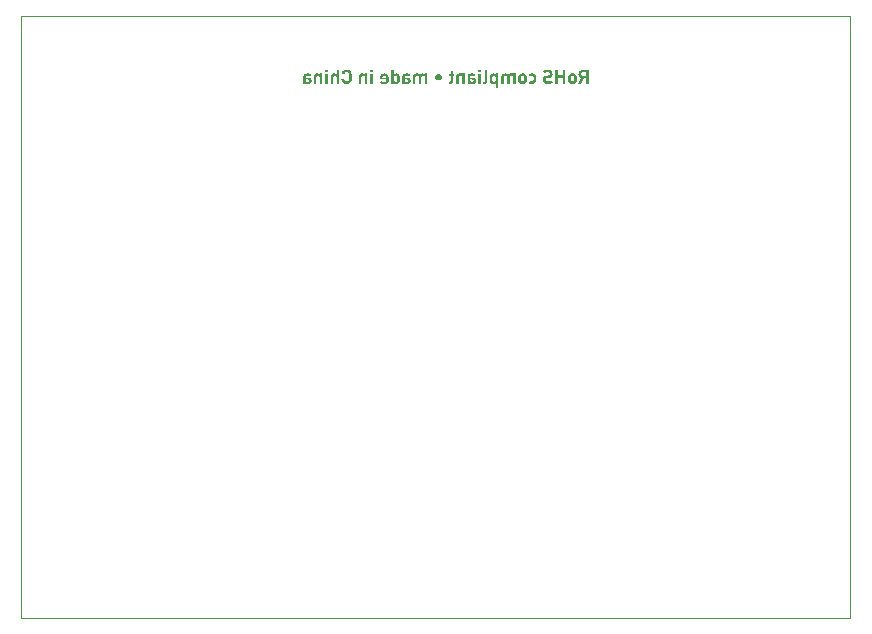
<source format=gbo>
G04 #@! TF.GenerationSoftware,KiCad,Pcbnew,9.0.1-rc2*
G04 #@! TF.CreationDate,2025-04-23T19:50:41-07:00*
G04 #@! TF.ProjectId,displaypcb,64697370-6c61-4797-9063-622e6b696361,2*
G04 #@! TF.SameCoordinates,Original*
G04 #@! TF.FileFunction,Legend,Bot*
G04 #@! TF.FilePolarity,Positive*
%FSLAX46Y46*%
G04 Gerber Fmt 4.6, Leading zero omitted, Abs format (unit mm)*
G04 Created by KiCad (PCBNEW 9.0.1-rc2) date 2025-04-23 19:50:41*
%MOMM*%
%LPD*%
G01*
G04 APERTURE LIST*
%ADD10C,0.200000*%
%ADD11C,0.100000*%
G04 APERTURE END LIST*
D10*
G36*
X112927420Y-80246000D02*
G01*
X112693973Y-80246000D01*
X112693973Y-79770312D01*
X112525958Y-79770312D01*
X112292438Y-80246000D01*
X112021914Y-80246000D01*
X112289067Y-79731697D01*
X112250973Y-79715358D01*
X112214613Y-79694375D01*
X112182516Y-79670265D01*
X112153249Y-79641977D01*
X112129018Y-79611769D01*
X112108306Y-79577890D01*
X112092460Y-79542585D01*
X112080618Y-79503998D01*
X112073403Y-79463807D01*
X112070656Y-79420566D01*
X112070641Y-79416990D01*
X112304161Y-79416990D01*
X112306466Y-79445991D01*
X112313220Y-79472819D01*
X112324054Y-79496949D01*
X112338780Y-79518380D01*
X112357099Y-79536772D01*
X112378823Y-79551922D01*
X112403871Y-79563604D01*
X112431896Y-79571439D01*
X112473861Y-79575406D01*
X112693973Y-79575406D01*
X112693973Y-79258575D01*
X112473861Y-79258575D01*
X112441627Y-79260869D01*
X112412161Y-79267551D01*
X112386003Y-79278171D01*
X112363029Y-79292492D01*
X112343655Y-79310029D01*
X112327871Y-79330626D01*
X112315935Y-79353936D01*
X112308030Y-79379728D01*
X112304161Y-79416990D01*
X112070641Y-79416990D01*
X112072967Y-79373365D01*
X112079875Y-79331162D01*
X112091179Y-79290924D01*
X112106799Y-79252714D01*
X112126359Y-79217271D01*
X112149923Y-79184409D01*
X112176915Y-79154886D01*
X112207586Y-79128437D01*
X112241267Y-79105684D01*
X112278322Y-79086453D01*
X112318150Y-79071181D01*
X112361092Y-79059873D01*
X112406743Y-79052822D01*
X112455289Y-79050198D01*
X112458767Y-79050187D01*
X112927420Y-79050187D01*
X112927420Y-80246000D01*
G37*
G36*
X111609847Y-79361951D02*
G01*
X111652262Y-79368396D01*
X111728426Y-79392904D01*
X111793621Y-79431543D01*
X111833969Y-79467256D01*
X111860406Y-79498792D01*
X111881977Y-79532064D01*
X111911568Y-79603577D01*
X111928189Y-79693450D01*
X111933108Y-79806729D01*
X111930467Y-79893562D01*
X111921364Y-79968713D01*
X111910394Y-80014781D01*
X111894924Y-80056895D01*
X111877005Y-80091408D01*
X111854700Y-80123788D01*
X111833969Y-80147887D01*
X111802666Y-80176524D01*
X111765592Y-80202628D01*
X111729286Y-80221814D01*
X111688275Y-80237410D01*
X111646699Y-80247791D01*
X111600838Y-80253928D01*
X111563519Y-80255378D01*
X111517108Y-80253118D01*
X111474487Y-80246673D01*
X111397530Y-80222092D01*
X111331668Y-80183385D01*
X111291384Y-80147887D01*
X111265625Y-80118274D01*
X111244527Y-80086775D01*
X111214915Y-80017543D01*
X111197873Y-79929822D01*
X111192246Y-79806729D01*
X111410672Y-79806729D01*
X111415216Y-79907585D01*
X111423369Y-79951109D01*
X111437641Y-79988570D01*
X111461011Y-80020173D01*
X111480128Y-80035931D01*
X111502144Y-80047695D01*
X111553657Y-80058624D01*
X111563519Y-80058861D01*
X111592392Y-80056540D01*
X111618354Y-80049678D01*
X111640437Y-80039011D01*
X111659850Y-80024460D01*
X111664343Y-80020173D01*
X111690688Y-79982600D01*
X111707242Y-79927388D01*
X111714392Y-79842767D01*
X111714755Y-79806729D01*
X111710268Y-79707854D01*
X111702249Y-79664806D01*
X111688238Y-79627550D01*
X111664343Y-79594970D01*
X111645247Y-79579212D01*
X111623383Y-79567447D01*
X111572481Y-79556492D01*
X111563519Y-79556282D01*
X111533699Y-79558602D01*
X111507235Y-79565465D01*
X111485156Y-79576011D01*
X111465849Y-79590370D01*
X111461011Y-79594970D01*
X111434686Y-79632498D01*
X111418138Y-79687591D01*
X111411023Y-79771647D01*
X111410672Y-79806729D01*
X111192246Y-79806729D01*
X111194886Y-79720066D01*
X111203989Y-79645323D01*
X111214943Y-79599650D01*
X111230384Y-79557909D01*
X111248330Y-79523566D01*
X111270680Y-79491279D01*
X111291384Y-79467256D01*
X111320622Y-79439825D01*
X111355071Y-79414924D01*
X111390505Y-79395580D01*
X111430484Y-79379720D01*
X111471836Y-79368713D01*
X111517401Y-79361858D01*
X111563519Y-79359691D01*
X111609847Y-79361951D01*
G37*
G36*
X110095351Y-80246000D02*
G01*
X110095351Y-79050187D01*
X110328872Y-79050187D01*
X110328872Y-79537891D01*
X110733778Y-79537891D01*
X110733778Y-79050187D01*
X110967225Y-79050187D01*
X110967225Y-80246000D01*
X110733778Y-80246000D01*
X110733778Y-79744593D01*
X110328872Y-79744593D01*
X110328872Y-80246000D01*
X110095351Y-80246000D01*
G37*
G36*
X109044399Y-79892898D02*
G01*
X109046774Y-79841485D01*
X109054019Y-79793780D01*
X109064908Y-79753969D01*
X109080057Y-79717401D01*
X109098086Y-79686391D01*
X109120022Y-79658355D01*
X109136796Y-79641425D01*
X109165313Y-79617260D01*
X109197372Y-79596739D01*
X109272007Y-79566579D01*
X109365260Y-79547563D01*
X109508069Y-79525727D01*
X109543741Y-79518737D01*
X109573836Y-79508309D01*
X109617246Y-79480518D01*
X109641424Y-79446192D01*
X109650686Y-79403194D01*
X109650878Y-79395009D01*
X109648523Y-79367227D01*
X109641418Y-79341022D01*
X109630266Y-79318137D01*
X109614754Y-79297549D01*
X109595726Y-79280355D01*
X109572593Y-79266053D01*
X109545626Y-79255123D01*
X109514553Y-79247764D01*
X109467769Y-79244140D01*
X109399209Y-79247615D01*
X109328539Y-79262560D01*
X109292983Y-79276804D01*
X109258512Y-79296710D01*
X109222452Y-79326279D01*
X109074587Y-79180319D01*
X109112396Y-79147031D01*
X109151964Y-79118663D01*
X109191874Y-79095883D01*
X109233945Y-79077287D01*
X109326401Y-79051825D01*
X109437135Y-79041101D01*
X109461028Y-79040808D01*
X109515538Y-79043120D01*
X109566756Y-79049926D01*
X109613829Y-79060825D01*
X109657465Y-79075702D01*
X109696918Y-79094039D01*
X109732809Y-79115869D01*
X109764606Y-79140651D01*
X109792710Y-79168490D01*
X109816838Y-79198973D01*
X109837107Y-79232131D01*
X109865641Y-79305867D01*
X109877418Y-79389082D01*
X109877658Y-79403362D01*
X109875313Y-79451476D01*
X109868281Y-79495964D01*
X109857468Y-79534240D01*
X109842560Y-79569271D01*
X109824488Y-79599684D01*
X109802680Y-79627070D01*
X109792002Y-79638055D01*
X109763025Y-79662730D01*
X109730433Y-79684048D01*
X109654007Y-79716580D01*
X109560166Y-79736973D01*
X109417357Y-79758735D01*
X109366816Y-79768340D01*
X109333329Y-79781508D01*
X109309793Y-79799035D01*
X109294805Y-79817252D01*
X109283793Y-79837897D01*
X109273136Y-79887427D01*
X109272863Y-79897880D01*
X109275199Y-79926010D01*
X109282169Y-79951405D01*
X109292924Y-79972757D01*
X109307698Y-79991551D01*
X109349153Y-80021225D01*
X109409944Y-80040617D01*
X109486234Y-80047064D01*
X109543259Y-80044581D01*
X109598373Y-80036582D01*
X109642425Y-80025084D01*
X109684293Y-80008686D01*
X109719276Y-79989660D01*
X109751966Y-79966069D01*
X109773464Y-79946533D01*
X109924699Y-80097475D01*
X109886986Y-80132410D01*
X109847779Y-80162306D01*
X109765692Y-80207528D01*
X109673583Y-80237156D01*
X109564270Y-80252806D01*
X109487919Y-80255378D01*
X109430673Y-80253048D01*
X109375953Y-80246112D01*
X109325444Y-80235014D01*
X109278009Y-80219709D01*
X109235601Y-80201093D01*
X109196643Y-80178727D01*
X109162894Y-80153899D01*
X109132831Y-80125768D01*
X109107694Y-80095730D01*
X109086417Y-80062761D01*
X109069672Y-80027998D01*
X109056993Y-79990571D01*
X109048670Y-79951065D01*
X109044715Y-79909059D01*
X109044399Y-79892898D01*
G37*
G36*
X107816199Y-80136163D02*
G01*
X107964064Y-79989911D01*
X107994811Y-80019316D01*
X108025273Y-80040132D01*
X108049964Y-80050786D01*
X108076507Y-80056929D01*
X108105187Y-80058861D01*
X108135845Y-80056501D01*
X108163709Y-80049359D01*
X108187147Y-80038411D01*
X108208463Y-80023218D01*
X108229458Y-80001708D01*
X108257877Y-79950851D01*
X108274138Y-79880705D01*
X108278184Y-79806729D01*
X108275799Y-79748630D01*
X108268481Y-79699794D01*
X108258479Y-79665424D01*
X108244766Y-79635946D01*
X108229458Y-79613435D01*
X108209223Y-79592578D01*
X108186783Y-79576520D01*
X108137853Y-79558980D01*
X108105187Y-79556282D01*
X108073383Y-79558692D01*
X108044735Y-79566180D01*
X107997550Y-79593600D01*
X107964064Y-79625232D01*
X107816199Y-79477294D01*
X107849510Y-79445980D01*
X107884677Y-79419686D01*
X107919779Y-79399399D01*
X107957010Y-79383386D01*
X108038338Y-79363882D01*
X108105187Y-79359691D01*
X108154231Y-79362168D01*
X108204202Y-79370124D01*
X108247524Y-79382132D01*
X108289838Y-79399415D01*
X108325751Y-79419496D01*
X108359705Y-79444465D01*
X108388513Y-79471818D01*
X108414814Y-79503814D01*
X108436989Y-79538564D01*
X108456199Y-79577935D01*
X108471730Y-79620956D01*
X108483788Y-79668797D01*
X108492024Y-79721470D01*
X108496168Y-79779350D01*
X108496611Y-79806729D01*
X108494322Y-79867834D01*
X108487680Y-79923517D01*
X108477176Y-79973403D01*
X108463077Y-80018418D01*
X108445699Y-80058788D01*
X108425372Y-80094702D01*
X108376098Y-80155036D01*
X108315812Y-80201173D01*
X108244539Y-80233680D01*
X108162808Y-80251894D01*
X108105187Y-80255378D01*
X108055344Y-80253024D01*
X108008885Y-80245922D01*
X107968168Y-80234908D01*
X107929926Y-80219628D01*
X107861056Y-80176976D01*
X107816199Y-80136163D01*
G37*
G36*
X107385814Y-79361951D02*
G01*
X107428229Y-79368396D01*
X107504392Y-79392904D01*
X107569588Y-79431543D01*
X107609936Y-79467256D01*
X107636372Y-79498792D01*
X107657943Y-79532064D01*
X107687535Y-79603577D01*
X107704156Y-79693450D01*
X107709074Y-79806729D01*
X107706434Y-79893562D01*
X107697331Y-79968713D01*
X107686360Y-80014781D01*
X107670890Y-80056895D01*
X107652972Y-80091408D01*
X107630666Y-80123788D01*
X107609936Y-80147887D01*
X107578633Y-80176524D01*
X107541558Y-80202628D01*
X107505253Y-80221814D01*
X107464241Y-80237410D01*
X107422665Y-80247791D01*
X107376805Y-80253928D01*
X107339486Y-80255378D01*
X107293075Y-80253118D01*
X107250453Y-80246673D01*
X107173496Y-80222092D01*
X107107634Y-80183385D01*
X107067350Y-80147887D01*
X107041591Y-80118274D01*
X107020494Y-80086775D01*
X106990881Y-80017543D01*
X106973839Y-79929822D01*
X106968212Y-79806729D01*
X107186639Y-79806729D01*
X107191182Y-79907585D01*
X107199335Y-79951109D01*
X107213607Y-79988570D01*
X107236977Y-80020173D01*
X107256095Y-80035931D01*
X107278110Y-80047695D01*
X107329623Y-80058624D01*
X107339486Y-80058861D01*
X107368359Y-80056540D01*
X107394320Y-80049678D01*
X107416403Y-80039011D01*
X107435816Y-80024460D01*
X107440309Y-80020173D01*
X107466655Y-79982600D01*
X107483208Y-79927388D01*
X107490359Y-79842767D01*
X107490721Y-79806729D01*
X107486234Y-79707854D01*
X107478215Y-79664806D01*
X107464205Y-79627550D01*
X107440309Y-79594970D01*
X107421213Y-79579212D01*
X107399349Y-79567447D01*
X107348448Y-79556492D01*
X107339486Y-79556282D01*
X107309665Y-79558602D01*
X107283201Y-79565465D01*
X107261122Y-79576011D01*
X107241815Y-79590370D01*
X107236977Y-79594970D01*
X107210652Y-79632498D01*
X107194104Y-79687591D01*
X107186989Y-79771647D01*
X107186639Y-79806729D01*
X106968212Y-79806729D01*
X106970853Y-79720066D01*
X106979956Y-79645323D01*
X106990909Y-79599650D01*
X107006351Y-79557909D01*
X107024297Y-79523566D01*
X107046646Y-79491279D01*
X107067350Y-79467256D01*
X107096588Y-79439825D01*
X107131037Y-79414924D01*
X107166472Y-79395580D01*
X107206451Y-79379720D01*
X107247803Y-79368713D01*
X107293368Y-79361858D01*
X107339486Y-79359691D01*
X107385814Y-79361951D01*
G37*
G36*
X105523565Y-80246000D02*
G01*
X105523565Y-79686635D01*
X105526019Y-79637282D01*
X105533824Y-79590371D01*
X105545257Y-79552104D01*
X105561511Y-79515555D01*
X105581327Y-79483064D01*
X105606008Y-79452006D01*
X105619332Y-79437946D01*
X105670002Y-79400192D01*
X105737703Y-79373117D01*
X105819059Y-79361011D01*
X105834388Y-79360717D01*
X105882348Y-79363098D01*
X105926618Y-79370385D01*
X105964032Y-79381421D01*
X105999257Y-79396834D01*
X106063670Y-79440518D01*
X106096412Y-79471579D01*
X106120161Y-79443136D01*
X106146409Y-79419037D01*
X106205051Y-79384008D01*
X106273753Y-79364723D01*
X106328247Y-79360717D01*
X106403305Y-79369945D01*
X106439838Y-79381451D01*
X106474705Y-79397397D01*
X106506797Y-79417271D01*
X106536219Y-79441206D01*
X106546674Y-79451429D01*
X106546674Y-79369803D01*
X106760044Y-79369803D01*
X106760044Y-80246000D01*
X106541618Y-80246000D01*
X106541618Y-79716090D01*
X106539360Y-79682321D01*
X106532936Y-79653132D01*
X106522959Y-79628461D01*
X106509905Y-79607832D01*
X106475226Y-79576921D01*
X106429924Y-79559407D01*
X106395438Y-79555916D01*
X106366523Y-79558365D01*
X106338162Y-79566130D01*
X106315020Y-79577667D01*
X106294166Y-79594093D01*
X106278325Y-79613023D01*
X106265556Y-79636380D01*
X106256844Y-79662823D01*
X106251932Y-79693726D01*
X106251018Y-79715797D01*
X106251018Y-80246000D01*
X106032591Y-80246000D01*
X106032591Y-79710815D01*
X106030336Y-79678806D01*
X106023927Y-79651000D01*
X106013878Y-79627154D01*
X106000737Y-79607127D01*
X105965467Y-79576603D01*
X105919359Y-79559187D01*
X105886412Y-79555916D01*
X105857497Y-79558365D01*
X105829135Y-79566130D01*
X105805993Y-79577667D01*
X105785139Y-79594093D01*
X105769299Y-79613023D01*
X105756530Y-79636380D01*
X105747818Y-79662823D01*
X105742905Y-79693726D01*
X105741991Y-79715797D01*
X105741991Y-80246000D01*
X105523565Y-80246000D01*
G37*
G36*
X104905712Y-79363155D02*
G01*
X104948050Y-79370842D01*
X104980702Y-79381812D01*
X105011132Y-79397247D01*
X105065838Y-79441186D01*
X105077040Y-79453114D01*
X105077040Y-79369803D01*
X105288725Y-79369803D01*
X105288725Y-80564883D01*
X105070299Y-80564883D01*
X105070299Y-80168037D01*
X105044811Y-80193875D01*
X105017560Y-80214697D01*
X104958969Y-80242032D01*
X104888121Y-80254446D01*
X104858614Y-80255378D01*
X104816841Y-80253064D01*
X104776993Y-80246239D01*
X104739961Y-80235209D01*
X104705894Y-80220105D01*
X104676459Y-80201922D01*
X104650730Y-80180295D01*
X104646928Y-80176464D01*
X104607865Y-80123947D01*
X104580216Y-80056673D01*
X104563111Y-79968334D01*
X104556427Y-79845587D01*
X104556219Y-79807428D01*
X104556252Y-79806509D01*
X104774643Y-79806509D01*
X104774643Y-79806729D01*
X104777968Y-79893109D01*
X104791865Y-79966167D01*
X104803703Y-79994481D01*
X104819774Y-80018286D01*
X104836584Y-80034122D01*
X104857003Y-80046291D01*
X104906751Y-80058292D01*
X104922507Y-80058861D01*
X104953141Y-80056564D01*
X104979291Y-80049863D01*
X105000126Y-80039786D01*
X105017581Y-80026298D01*
X105044099Y-79988821D01*
X105061572Y-79932380D01*
X105069770Y-79845772D01*
X105070299Y-79806729D01*
X105066974Y-79720351D01*
X105053082Y-79647634D01*
X105041266Y-79619564D01*
X105025231Y-79595997D01*
X105008421Y-79580304D01*
X104987998Y-79568259D01*
X104938045Y-79556388D01*
X104922507Y-79555842D01*
X104891649Y-79558140D01*
X104865340Y-79564848D01*
X104844460Y-79574911D01*
X104826987Y-79588383D01*
X104800549Y-79625752D01*
X104783204Y-79682053D01*
X104775135Y-79768720D01*
X104774643Y-79806509D01*
X104556252Y-79806509D01*
X104561344Y-79663369D01*
X104570884Y-79596888D01*
X104587858Y-79535732D01*
X104603794Y-79499538D01*
X104624289Y-79466401D01*
X104646928Y-79439632D01*
X104697112Y-79400838D01*
X104763036Y-79373436D01*
X104841955Y-79361079D01*
X104858614Y-79360717D01*
X104905712Y-79363155D01*
G37*
G36*
X104556219Y-79807428D02*
G01*
X104556216Y-79807535D01*
X104556216Y-79806729D01*
X104556219Y-79807428D01*
G37*
G36*
X103977214Y-80246000D02*
G01*
X103977214Y-80061205D01*
X104061185Y-80061205D01*
X104086711Y-80058868D01*
X104106708Y-80051888D01*
X104119616Y-80042343D01*
X104129003Y-80029507D01*
X104138156Y-79992959D01*
X104138488Y-79982290D01*
X104138488Y-79050187D01*
X104356841Y-79050187D01*
X104356841Y-79995773D01*
X104354466Y-80033611D01*
X104347220Y-80070749D01*
X104335758Y-80104413D01*
X104319647Y-80136060D01*
X104300514Y-80162902D01*
X104277170Y-80186915D01*
X104251480Y-80206303D01*
X104221920Y-80222330D01*
X104189810Y-80234154D01*
X104153956Y-80242100D01*
X104101485Y-80246000D01*
X103977214Y-80246000D01*
G37*
G36*
X103584912Y-80246000D02*
G01*
X103584912Y-79394056D01*
X103803338Y-79394056D01*
X103803338Y-80246000D01*
X103584912Y-80246000D01*
G37*
G36*
X103583226Y-79218934D02*
G01*
X103583226Y-79040808D01*
X103806708Y-79040808D01*
X103806708Y-79218934D01*
X103583226Y-79218934D01*
G37*
G36*
X103118318Y-79363202D02*
G01*
X103175956Y-79371219D01*
X103216651Y-79381979D01*
X103254099Y-79397104D01*
X103318308Y-79438566D01*
X103366632Y-79484988D01*
X103228879Y-79621055D01*
X103199115Y-79590995D01*
X103168285Y-79569019D01*
X103142864Y-79557440D01*
X103114422Y-79549878D01*
X103060864Y-79545511D01*
X103017208Y-79547886D01*
X102980913Y-79555130D01*
X102956198Y-79564938D01*
X102936111Y-79578308D01*
X102921697Y-79593650D01*
X102910814Y-79612102D01*
X102898908Y-79660322D01*
X102897905Y-79683264D01*
X102897905Y-79726935D01*
X103101164Y-79726935D01*
X103150172Y-79729229D01*
X103194680Y-79735910D01*
X103233903Y-79746397D01*
X103268919Y-79760507D01*
X103299405Y-79777714D01*
X103325885Y-79797904D01*
X103367145Y-79846356D01*
X103393263Y-79905074D01*
X103403478Y-79973526D01*
X103403561Y-79980605D01*
X103401235Y-80020732D01*
X103394330Y-80059108D01*
X103383216Y-80094564D01*
X103367909Y-80127390D01*
X103331314Y-80177123D01*
X103306452Y-80198651D01*
X103278239Y-80216784D01*
X103211455Y-80242614D01*
X103127601Y-80254061D01*
X103107905Y-80254426D01*
X103058602Y-80252034D01*
X103016150Y-80244672D01*
X102983976Y-80234183D01*
X102954655Y-80219652D01*
X102899837Y-80177095D01*
X102892849Y-80170235D01*
X102892849Y-80247025D01*
X102679479Y-80246000D01*
X102679479Y-79923013D01*
X102897905Y-79923013D01*
X102900493Y-79968485D01*
X102909230Y-80003324D01*
X102931464Y-80034974D01*
X102953018Y-80051769D01*
X102975500Y-80063383D01*
X103026343Y-80074641D01*
X103060864Y-80075933D01*
X103096610Y-80073636D01*
X103126566Y-80066938D01*
X103148887Y-80057263D01*
X103166599Y-80044399D01*
X103179175Y-80029516D01*
X103187791Y-80012165D01*
X103193561Y-79976575D01*
X103191208Y-79951406D01*
X103184114Y-79929694D01*
X103173694Y-79913249D01*
X103159392Y-79899696D01*
X103119076Y-79881512D01*
X103064235Y-79875532D01*
X102897905Y-79875532D01*
X102897905Y-79923013D01*
X102679479Y-79923013D01*
X102679479Y-79669782D01*
X102681821Y-79623241D01*
X102688838Y-79580462D01*
X102699592Y-79543934D01*
X102714393Y-79510699D01*
X102732350Y-79481966D01*
X102753997Y-79456266D01*
X102807872Y-79414261D01*
X102878405Y-79383597D01*
X102969580Y-79365118D01*
X103052438Y-79360717D01*
X103118318Y-79363202D01*
G37*
G36*
X101717113Y-80246000D02*
G01*
X101717113Y-79686635D01*
X101719751Y-79629214D01*
X101728835Y-79575115D01*
X101740596Y-79537545D01*
X101757450Y-79501679D01*
X101777403Y-79471017D01*
X101802478Y-79441667D01*
X101806140Y-79437946D01*
X101831537Y-79415879D01*
X101860248Y-79397211D01*
X101892087Y-79382179D01*
X101926972Y-79370957D01*
X101965084Y-79363715D01*
X102006028Y-79360774D01*
X102012769Y-79360717D01*
X102051608Y-79363062D01*
X102089851Y-79370101D01*
X102126336Y-79381612D01*
X102161121Y-79397675D01*
X102192426Y-79417400D01*
X102221154Y-79441333D01*
X102231196Y-79451429D01*
X102231196Y-79369803D01*
X102444566Y-79369803D01*
X102444566Y-80246000D01*
X102226140Y-80246000D01*
X102226140Y-79716090D01*
X102223882Y-79682321D01*
X102217458Y-79653132D01*
X102207481Y-79628461D01*
X102194427Y-79607832D01*
X102159748Y-79576921D01*
X102114446Y-79559407D01*
X102079960Y-79555916D01*
X102051045Y-79558365D01*
X102022684Y-79566130D01*
X101999542Y-79577667D01*
X101978688Y-79594093D01*
X101962847Y-79613023D01*
X101950078Y-79636380D01*
X101941366Y-79662823D01*
X101936454Y-79693726D01*
X101935540Y-79715797D01*
X101935540Y-80246000D01*
X101717113Y-80246000D01*
G37*
G36*
X101088945Y-80246000D02*
G01*
X101088945Y-80061205D01*
X101167860Y-80061205D01*
X101191385Y-80058891D01*
X101210359Y-80052068D01*
X101223543Y-80042334D01*
X101233318Y-80029290D01*
X101243116Y-79992625D01*
X101243477Y-79982144D01*
X101243477Y-79561338D01*
X101088945Y-79561338D01*
X101088945Y-79395082D01*
X101243477Y-79395082D01*
X101243477Y-79139286D01*
X101461904Y-79139286D01*
X101461904Y-79395082D01*
X101554301Y-79395082D01*
X101554301Y-79561338D01*
X101461904Y-79561338D01*
X101461904Y-79995626D01*
X101459531Y-80033487D01*
X101452299Y-80070639D01*
X101440843Y-80104384D01*
X101424751Y-80136098D01*
X101405635Y-80163011D01*
X101382324Y-80187075D01*
X101356698Y-80206482D01*
X101327232Y-80222507D01*
X101295275Y-80234298D01*
X101259621Y-80242192D01*
X101208233Y-80246000D01*
X101088945Y-80246000D01*
G37*
G36*
X99937462Y-79685609D02*
G01*
X99946458Y-79615639D01*
X99972972Y-79550454D01*
X100015768Y-79493588D01*
X100042541Y-79469580D01*
X100072302Y-79449218D01*
X100104367Y-79432994D01*
X100138672Y-79421035D01*
X100173905Y-79413813D01*
X100210622Y-79411276D01*
X100211283Y-79411275D01*
X100281084Y-79420271D01*
X100346104Y-79446787D01*
X100402846Y-79489604D01*
X100426818Y-79516408D01*
X100447153Y-79546205D01*
X100463368Y-79578334D01*
X100475326Y-79612712D01*
X100482556Y-79648041D01*
X100485102Y-79684862D01*
X100485103Y-79685609D01*
X100476107Y-79755624D01*
X100449598Y-79820817D01*
X100406816Y-79877667D01*
X100380052Y-79901663D01*
X100350300Y-79922014D01*
X100318239Y-79938229D01*
X100283935Y-79950183D01*
X100248691Y-79957404D01*
X100211958Y-79959941D01*
X100211283Y-79959942D01*
X100141487Y-79950945D01*
X100076458Y-79924425D01*
X100019708Y-79881603D01*
X99995736Y-79854797D01*
X99975401Y-79824997D01*
X99959188Y-79792869D01*
X99947233Y-79758490D01*
X99940007Y-79723159D01*
X99937463Y-79686334D01*
X99937462Y-79685609D01*
G37*
G36*
X98048561Y-80246000D02*
G01*
X98048561Y-79686635D01*
X98051016Y-79637282D01*
X98058820Y-79590371D01*
X98070254Y-79552104D01*
X98086508Y-79515555D01*
X98106323Y-79483064D01*
X98131004Y-79452006D01*
X98144329Y-79437946D01*
X98194999Y-79400192D01*
X98262699Y-79373117D01*
X98344056Y-79361011D01*
X98359385Y-79360717D01*
X98407344Y-79363098D01*
X98451614Y-79370385D01*
X98489029Y-79381421D01*
X98524253Y-79396834D01*
X98588666Y-79440518D01*
X98621408Y-79471579D01*
X98645158Y-79443136D01*
X98671406Y-79419037D01*
X98730047Y-79384008D01*
X98798749Y-79364723D01*
X98853244Y-79360717D01*
X98928301Y-79369945D01*
X98964834Y-79381451D01*
X98999701Y-79397397D01*
X99031794Y-79417271D01*
X99061216Y-79441206D01*
X99071670Y-79451429D01*
X99071670Y-79369803D01*
X99285041Y-79369803D01*
X99285041Y-80246000D01*
X99066614Y-80246000D01*
X99066614Y-79716090D01*
X99064357Y-79682321D01*
X99057933Y-79653132D01*
X99047955Y-79628461D01*
X99034901Y-79607832D01*
X99000223Y-79576921D01*
X98954921Y-79559407D01*
X98920435Y-79555916D01*
X98891520Y-79558365D01*
X98863158Y-79566130D01*
X98840016Y-79577667D01*
X98819162Y-79594093D01*
X98803322Y-79613023D01*
X98790553Y-79636380D01*
X98781841Y-79662823D01*
X98776928Y-79693726D01*
X98776014Y-79715797D01*
X98776014Y-80246000D01*
X98557588Y-80246000D01*
X98557588Y-79710815D01*
X98555332Y-79678806D01*
X98548924Y-79651000D01*
X98538875Y-79627154D01*
X98525734Y-79607127D01*
X98490464Y-79576603D01*
X98444355Y-79559187D01*
X98411408Y-79555916D01*
X98382493Y-79558365D01*
X98354132Y-79566130D01*
X98330990Y-79577667D01*
X98310136Y-79594093D01*
X98294295Y-79613023D01*
X98281526Y-79636380D01*
X98272814Y-79662823D01*
X98267902Y-79693726D01*
X98266988Y-79715797D01*
X98266988Y-80246000D01*
X98048561Y-80246000D01*
G37*
G36*
X97590614Y-79363202D02*
G01*
X97648252Y-79371219D01*
X97688947Y-79381979D01*
X97726395Y-79397104D01*
X97790604Y-79438566D01*
X97838928Y-79484988D01*
X97701175Y-79621055D01*
X97671411Y-79590995D01*
X97640581Y-79569019D01*
X97615160Y-79557440D01*
X97586718Y-79549878D01*
X97533160Y-79545511D01*
X97489504Y-79547886D01*
X97453209Y-79555130D01*
X97428494Y-79564938D01*
X97408407Y-79578308D01*
X97393993Y-79593650D01*
X97383110Y-79612102D01*
X97371204Y-79660322D01*
X97370201Y-79683264D01*
X97370201Y-79726935D01*
X97573460Y-79726935D01*
X97622468Y-79729229D01*
X97666976Y-79735910D01*
X97706198Y-79746397D01*
X97741215Y-79760507D01*
X97771701Y-79777714D01*
X97798181Y-79797904D01*
X97839441Y-79846356D01*
X97865559Y-79905074D01*
X97875774Y-79973526D01*
X97875857Y-79980605D01*
X97873531Y-80020732D01*
X97866625Y-80059108D01*
X97855512Y-80094564D01*
X97840205Y-80127390D01*
X97803610Y-80177123D01*
X97778748Y-80198651D01*
X97750535Y-80216784D01*
X97683751Y-80242614D01*
X97599897Y-80254061D01*
X97580201Y-80254426D01*
X97530898Y-80252034D01*
X97488446Y-80244672D01*
X97456272Y-80234183D01*
X97426950Y-80219652D01*
X97372133Y-80177095D01*
X97365145Y-80170235D01*
X97365145Y-80247025D01*
X97151775Y-80246000D01*
X97151775Y-79923013D01*
X97370201Y-79923013D01*
X97372789Y-79968485D01*
X97381526Y-80003324D01*
X97403760Y-80034974D01*
X97425314Y-80051769D01*
X97447796Y-80063383D01*
X97498639Y-80074641D01*
X97533160Y-80075933D01*
X97568906Y-80073636D01*
X97598862Y-80066938D01*
X97621183Y-80057263D01*
X97638895Y-80044399D01*
X97651471Y-80029516D01*
X97660087Y-80012165D01*
X97665857Y-79976575D01*
X97663504Y-79951406D01*
X97656410Y-79929694D01*
X97645989Y-79913249D01*
X97631688Y-79899696D01*
X97591372Y-79881512D01*
X97536531Y-79875532D01*
X97370201Y-79875532D01*
X97370201Y-79923013D01*
X97151775Y-79923013D01*
X97151775Y-79669782D01*
X97154117Y-79623241D01*
X97161134Y-79580462D01*
X97171888Y-79543934D01*
X97186689Y-79510699D01*
X97204646Y-79481966D01*
X97226293Y-79456266D01*
X97280168Y-79414261D01*
X97350700Y-79383597D01*
X97441875Y-79365118D01*
X97524734Y-79360717D01*
X97590614Y-79363202D01*
G37*
G36*
X96438024Y-79448058D02*
G01*
X96464608Y-79421875D01*
X96492804Y-79400847D01*
X96552580Y-79373587D01*
X96624205Y-79361505D01*
X96651394Y-79360717D01*
X96693750Y-79363032D01*
X96733764Y-79369856D01*
X96770453Y-79380800D01*
X96804080Y-79395767D01*
X96833300Y-79413893D01*
X96858937Y-79435461D01*
X96863080Y-79439632D01*
X96902368Y-79492424D01*
X96930021Y-79559668D01*
X96947027Y-79647739D01*
X96953600Y-79770315D01*
X96953792Y-79807535D01*
X96948664Y-79952952D01*
X96939124Y-80019725D01*
X96922150Y-80081016D01*
X96906242Y-80117183D01*
X96885792Y-80150272D01*
X96863080Y-80177123D01*
X96812784Y-80215980D01*
X96746762Y-80243329D01*
X96667264Y-80255723D01*
X96649709Y-80256111D01*
X96603419Y-80253674D01*
X96561620Y-80245993D01*
X96529125Y-80234977D01*
X96498757Y-80219468D01*
X96443971Y-80175244D01*
X96433041Y-80163568D01*
X96433041Y-80245340D01*
X96219671Y-80246000D01*
X96219671Y-79806788D01*
X96438026Y-79806788D01*
X96441182Y-79889369D01*
X96453908Y-79960102D01*
X96465485Y-79989901D01*
X96481352Y-80015085D01*
X96497895Y-80031829D01*
X96518041Y-80044860D01*
X96540480Y-80053442D01*
X96566654Y-80058275D01*
X96587574Y-80059300D01*
X96618199Y-80057003D01*
X96644347Y-80050303D01*
X96665185Y-80040224D01*
X96682647Y-80026732D01*
X96709185Y-79989242D01*
X96726682Y-79932781D01*
X96734904Y-79846163D01*
X96735438Y-79806949D01*
X96732122Y-79720860D01*
X96718285Y-79648313D01*
X96706478Y-79620192D01*
X96690447Y-79596574D01*
X96673645Y-79580846D01*
X96653228Y-79568768D01*
X96603310Y-79556842D01*
X96587574Y-79556282D01*
X96556697Y-79558580D01*
X96530304Y-79565287D01*
X96509257Y-79575375D01*
X96491596Y-79588884D01*
X96464736Y-79626371D01*
X96446977Y-79682687D01*
X96438570Y-79768748D01*
X96438026Y-79806788D01*
X96219671Y-79806788D01*
X96219671Y-79049893D01*
X96438024Y-79049893D01*
X96438024Y-79448058D01*
G37*
G36*
X95684026Y-79362023D02*
G01*
X95728045Y-79368970D01*
X95768552Y-79380091D01*
X95806600Y-79395443D01*
X95841361Y-79414532D01*
X95873468Y-79437555D01*
X95902544Y-79464208D01*
X95928725Y-79494603D01*
X95972014Y-79566733D01*
X96002261Y-79654668D01*
X96017650Y-79759314D01*
X96019123Y-79806655D01*
X96016825Y-79870425D01*
X96010120Y-79928276D01*
X95999656Y-79979033D01*
X95985559Y-80024667D01*
X95968413Y-80064747D01*
X95948252Y-80100313D01*
X95899700Y-80158922D01*
X95839997Y-80203110D01*
X95768037Y-80234112D01*
X95682030Y-80251724D01*
X95614217Y-80255378D01*
X95556554Y-80253040D01*
X95505130Y-80246054D01*
X95462400Y-80235526D01*
X95423384Y-80221112D01*
X95353606Y-80180874D01*
X95281632Y-80117625D01*
X95414329Y-79988226D01*
X95455701Y-80024126D01*
X95499375Y-80050036D01*
X95529496Y-80060791D01*
X95563783Y-80067636D01*
X95612532Y-80070584D01*
X95647578Y-80068284D01*
X95679245Y-80061564D01*
X95706753Y-80051039D01*
X95730956Y-80036832D01*
X95769050Y-79998621D01*
X95793859Y-79947466D01*
X95803967Y-79883136D01*
X95804067Y-79875532D01*
X95256426Y-79875532D01*
X95256426Y-79783135D01*
X95258757Y-79728240D01*
X95259048Y-79726055D01*
X95471408Y-79726055D01*
X95804067Y-79726055D01*
X95799020Y-79676450D01*
X95783917Y-79631900D01*
X95770164Y-79607250D01*
X95752267Y-79585500D01*
X95731993Y-79568539D01*
X95708164Y-79555196D01*
X95682365Y-79546400D01*
X95653388Y-79541785D01*
X95637738Y-79541188D01*
X95607718Y-79543460D01*
X95580765Y-79549988D01*
X95535663Y-79574380D01*
X95501875Y-79612648D01*
X95491632Y-79631900D01*
X95480027Y-79661894D01*
X95474035Y-79691511D01*
X95471408Y-79726055D01*
X95259048Y-79726055D01*
X95265696Y-79676120D01*
X95276735Y-79628513D01*
X95291949Y-79583990D01*
X95310505Y-79544192D01*
X95332807Y-79507691D01*
X95357852Y-79475752D01*
X95386271Y-79447279D01*
X95417168Y-79423039D01*
X95451158Y-79402449D01*
X95487733Y-79385861D01*
X95527222Y-79373180D01*
X95614944Y-79360212D01*
X95637738Y-79359691D01*
X95684026Y-79362023D01*
G37*
G36*
X94447494Y-80246000D02*
G01*
X94447494Y-79394056D01*
X94665920Y-79394056D01*
X94665920Y-80246000D01*
X94447494Y-80246000D01*
G37*
G36*
X94445808Y-79218934D02*
G01*
X94445808Y-79040808D01*
X94669290Y-79040808D01*
X94669290Y-79218934D01*
X94445808Y-79218934D01*
G37*
G36*
X93476555Y-80246000D02*
G01*
X93476555Y-79686635D01*
X93479193Y-79629214D01*
X93488277Y-79575115D01*
X93500038Y-79537545D01*
X93516892Y-79501679D01*
X93536845Y-79471017D01*
X93561920Y-79441667D01*
X93565581Y-79437946D01*
X93590979Y-79415879D01*
X93619690Y-79397211D01*
X93651529Y-79382179D01*
X93686413Y-79370957D01*
X93724526Y-79363715D01*
X93765470Y-79360774D01*
X93772211Y-79360717D01*
X93811050Y-79363062D01*
X93849293Y-79370101D01*
X93885778Y-79381612D01*
X93920563Y-79397675D01*
X93951868Y-79417400D01*
X93980596Y-79441333D01*
X93990637Y-79451429D01*
X93990637Y-79369803D01*
X94204008Y-79369803D01*
X94204008Y-80246000D01*
X93985581Y-80246000D01*
X93985581Y-79716090D01*
X93983324Y-79682321D01*
X93976900Y-79653132D01*
X93966922Y-79628461D01*
X93953868Y-79607832D01*
X93919190Y-79576921D01*
X93873888Y-79559407D01*
X93839402Y-79555916D01*
X93810487Y-79558365D01*
X93782126Y-79566130D01*
X93758983Y-79577667D01*
X93738129Y-79594093D01*
X93722289Y-79613023D01*
X93709520Y-79636380D01*
X93700808Y-79662823D01*
X93695896Y-79693726D01*
X93694981Y-79715797D01*
X93694981Y-80246000D01*
X93476555Y-80246000D01*
G37*
G36*
X91995491Y-79877803D02*
G01*
X92232309Y-79877803D01*
X92243884Y-79915420D01*
X92259843Y-79949645D01*
X92277768Y-79976523D01*
X92299435Y-79999760D01*
X92322543Y-80017356D01*
X92348990Y-80031194D01*
X92377513Y-80040589D01*
X92409293Y-80045918D01*
X92433955Y-80047064D01*
X92467698Y-80044770D01*
X92498846Y-80038091D01*
X92527076Y-80027370D01*
X92552233Y-80012895D01*
X92583432Y-79985075D01*
X92603299Y-79957918D01*
X92618616Y-79924559D01*
X92634504Y-79847644D01*
X92641964Y-79700351D01*
X92642270Y-79648166D01*
X92639770Y-79517175D01*
X92631643Y-79427245D01*
X92622860Y-79385311D01*
X92611021Y-79352918D01*
X92583432Y-79311184D01*
X92563444Y-79291803D01*
X92540060Y-79275680D01*
X92513419Y-79263074D01*
X92483844Y-79254350D01*
X92433955Y-79249196D01*
X92399513Y-79251487D01*
X92368552Y-79258151D01*
X92341371Y-79268664D01*
X92317321Y-79282798D01*
X92277238Y-79321902D01*
X92247094Y-79376671D01*
X92233994Y-79418456D01*
X91995491Y-79418456D01*
X92007061Y-79365695D01*
X92022533Y-79316852D01*
X92041362Y-79272699D01*
X92063619Y-79232350D01*
X92088863Y-79196172D01*
X92117141Y-79163745D01*
X92182198Y-79110166D01*
X92258499Y-79071355D01*
X92346082Y-79047843D01*
X92433955Y-79040808D01*
X92486296Y-79043129D01*
X92535074Y-79050001D01*
X92579320Y-79060914D01*
X92620663Y-79075870D01*
X92695857Y-79117615D01*
X92754817Y-79166837D01*
X92784653Y-79199942D01*
X92809131Y-79234153D01*
X92843635Y-79305918D01*
X92864423Y-79391604D01*
X92874270Y-79509225D01*
X92875791Y-79648166D01*
X92873664Y-79802765D01*
X92868967Y-79869179D01*
X92860037Y-79929571D01*
X92845516Y-79984865D01*
X92824044Y-80035988D01*
X92794264Y-80083865D01*
X92754817Y-80129422D01*
X92718291Y-80161836D01*
X92679162Y-80189740D01*
X92640535Y-80211300D01*
X92599173Y-80228743D01*
X92556336Y-80241563D01*
X92510475Y-80250278D01*
X92433955Y-80255378D01*
X92382823Y-80253036D01*
X92333715Y-80246020D01*
X92288321Y-80234790D01*
X92245252Y-80219207D01*
X92205892Y-80199946D01*
X92169107Y-80176615D01*
X92135832Y-80149895D01*
X92105380Y-80119312D01*
X92078237Y-80085310D01*
X92054198Y-80047561D01*
X92033440Y-80006085D01*
X92016129Y-79960886D01*
X91995491Y-79877803D01*
G37*
G36*
X91083757Y-80246000D02*
G01*
X91083757Y-79685829D01*
X91086394Y-79628335D01*
X91095479Y-79574192D01*
X91107235Y-79536616D01*
X91124082Y-79500751D01*
X91144027Y-79470091D01*
X91169091Y-79440746D01*
X91172783Y-79436994D01*
X91198204Y-79414903D01*
X91226945Y-79396211D01*
X91258800Y-79381164D01*
X91293703Y-79369929D01*
X91331806Y-79362686D01*
X91372737Y-79359747D01*
X91379413Y-79359691D01*
X91419114Y-79362036D01*
X91457038Y-79369070D01*
X91491760Y-79380307D01*
X91524443Y-79395912D01*
X91554262Y-79415405D01*
X91581772Y-79439080D01*
X91592783Y-79450476D01*
X91592783Y-79050187D01*
X91811210Y-79050187D01*
X91811210Y-80246000D01*
X91592783Y-80246000D01*
X91592783Y-79716090D01*
X91590526Y-79682421D01*
X91584101Y-79653312D01*
X91574120Y-79628695D01*
X91561061Y-79608108D01*
X91526350Y-79577241D01*
X91480992Y-79559752D01*
X91446604Y-79556282D01*
X91417688Y-79558731D01*
X91389327Y-79566495D01*
X91366181Y-79578032D01*
X91345324Y-79594456D01*
X91329483Y-79613383D01*
X91316714Y-79636736D01*
X91308004Y-79663171D01*
X91303095Y-79694063D01*
X91302183Y-79716090D01*
X91302183Y-80246000D01*
X91083757Y-80246000D01*
G37*
G36*
X90630271Y-80246000D02*
G01*
X90630271Y-79394056D01*
X90848697Y-79394056D01*
X90848697Y-80246000D01*
X90630271Y-80246000D01*
G37*
G36*
X90628586Y-79218934D02*
G01*
X90628586Y-79040808D01*
X90852068Y-79040808D01*
X90852068Y-79218934D01*
X90628586Y-79218934D01*
G37*
G36*
X89659332Y-80246000D02*
G01*
X89659332Y-79686635D01*
X89661970Y-79629214D01*
X89671054Y-79575115D01*
X89682815Y-79537545D01*
X89699669Y-79501679D01*
X89719623Y-79471017D01*
X89744697Y-79441667D01*
X89748359Y-79437946D01*
X89773756Y-79415879D01*
X89802468Y-79397211D01*
X89834307Y-79382179D01*
X89869191Y-79370957D01*
X89907303Y-79363715D01*
X89948247Y-79360774D01*
X89954988Y-79360717D01*
X89993827Y-79363062D01*
X90032070Y-79370101D01*
X90068555Y-79381612D01*
X90103340Y-79397675D01*
X90134645Y-79417400D01*
X90163373Y-79441333D01*
X90173415Y-79451429D01*
X90173415Y-79369803D01*
X90386785Y-79369803D01*
X90386785Y-80246000D01*
X90168359Y-80246000D01*
X90168359Y-79716090D01*
X90166101Y-79682321D01*
X90159677Y-79653132D01*
X90149700Y-79628461D01*
X90136646Y-79607832D01*
X90101967Y-79576921D01*
X90056665Y-79559407D01*
X90022180Y-79555916D01*
X89993264Y-79558365D01*
X89964903Y-79566130D01*
X89941761Y-79577667D01*
X89920907Y-79594093D01*
X89905066Y-79613023D01*
X89892298Y-79636380D01*
X89883585Y-79662823D01*
X89878673Y-79693726D01*
X89877759Y-79715797D01*
X89877759Y-80246000D01*
X89659332Y-80246000D01*
G37*
G36*
X89201165Y-79363202D02*
G01*
X89258803Y-79371219D01*
X89299498Y-79381979D01*
X89336946Y-79397104D01*
X89401155Y-79438566D01*
X89449479Y-79484988D01*
X89311726Y-79621055D01*
X89281962Y-79590995D01*
X89251133Y-79569019D01*
X89225711Y-79557440D01*
X89197269Y-79549878D01*
X89143711Y-79545511D01*
X89100055Y-79547886D01*
X89063760Y-79555130D01*
X89039046Y-79564938D01*
X89018958Y-79578308D01*
X89004544Y-79593650D01*
X88993661Y-79612102D01*
X88981756Y-79660322D01*
X88980752Y-79683264D01*
X88980752Y-79726935D01*
X89184011Y-79726935D01*
X89233019Y-79729229D01*
X89277527Y-79735910D01*
X89316750Y-79746397D01*
X89351766Y-79760507D01*
X89382252Y-79777714D01*
X89408733Y-79797904D01*
X89449993Y-79846356D01*
X89476110Y-79905074D01*
X89486326Y-79973526D01*
X89486408Y-79980605D01*
X89484082Y-80020732D01*
X89477177Y-80059108D01*
X89466063Y-80094564D01*
X89450756Y-80127390D01*
X89414161Y-80177123D01*
X89389299Y-80198651D01*
X89361086Y-80216784D01*
X89294302Y-80242614D01*
X89210448Y-80254061D01*
X89190752Y-80254426D01*
X89141449Y-80252034D01*
X89098997Y-80244672D01*
X89066823Y-80234183D01*
X89037502Y-80219652D01*
X88982685Y-80177095D01*
X88975697Y-80170235D01*
X88975697Y-80247025D01*
X88762326Y-80246000D01*
X88762326Y-79923013D01*
X88980752Y-79923013D01*
X88983340Y-79968485D01*
X88992078Y-80003324D01*
X89014311Y-80034974D01*
X89035865Y-80051769D01*
X89058347Y-80063383D01*
X89109190Y-80074641D01*
X89143711Y-80075933D01*
X89179457Y-80073636D01*
X89209413Y-80066938D01*
X89231734Y-80057263D01*
X89249446Y-80044399D01*
X89262022Y-80029516D01*
X89270638Y-80012165D01*
X89276408Y-79976575D01*
X89274055Y-79951406D01*
X89266961Y-79929694D01*
X89256541Y-79913249D01*
X89242240Y-79899696D01*
X89201923Y-79881512D01*
X89147082Y-79875532D01*
X88980752Y-79875532D01*
X88980752Y-79923013D01*
X88762326Y-79923013D01*
X88762326Y-79669782D01*
X88764668Y-79623241D01*
X88771685Y-79580462D01*
X88782439Y-79543934D01*
X88797240Y-79510699D01*
X88815197Y-79481966D01*
X88836844Y-79456266D01*
X88890719Y-79414261D01*
X88961252Y-79383597D01*
X89052427Y-79365118D01*
X89135285Y-79360717D01*
X89201165Y-79363202D01*
G37*
D11*
X135100000Y-125500000D02*
X64900000Y-125500000D01*
X64900000Y-74500000D01*
X135100000Y-74500000D01*
X135100000Y-125500000D01*
%LPC*%
%LPD*%
M02*

</source>
